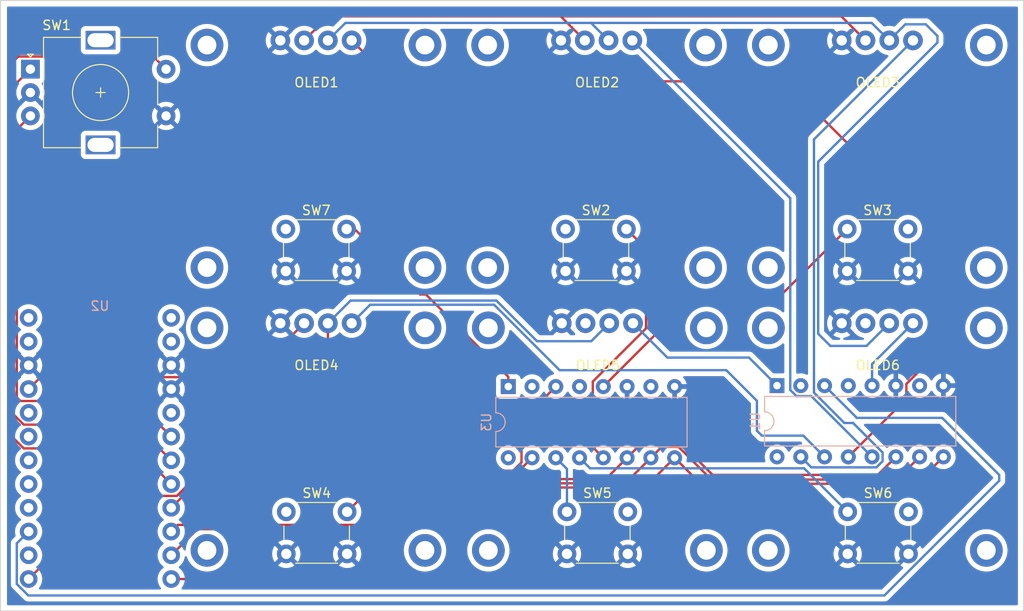
<source format=kicad_pcb>
(kicad_pcb (version 20211014) (generator pcbnew)
  (layers (0 "F.Cu" signal) (31 "B.Cu" signal) (34 "B.Paste" user) (35 "F.Paste" user) (36 "B.SilkS" user "B.Silkscreen") (37 "F.SilkS" user "F.Silkscreen") (38 "B.Mask" user) (39 "F.Mask" user) (44 "Edge.Cuts" user))
  (net 0 "")
  (net 1 "GND")
  (net 2 "3v3")
  (net 3 "SCL")
  (net 4 "OLED_SDA_1")
  (net 5 "OLED_SDA_2")
  (net 6 "OLED_SDA_3")
  (net 7 "OLED_SDA_4")
  (net 8 "OLED_SDA_5")
  (net 9 "OLED_SDA_6")
  (net 10 "ROTARY_A")
  (net 11 "ROTARY_B")
  (net 12 "ROTARY_SW")
  (net 13 "SW_6")
  (net 14 "SW_3")
  (net 15 "SW_5")
  (net 16 "SW_2")
  (net 17 "SW_4")
  (net 18 "SW_1")
  (net 20 "OLED_SDA")
  (net 23 "ADDR2")
  (net 24 "ADDR1")
  (net 25 "ADDR0")
  (net 27 "SWITCH_SIG")
  (footprint "Custom:SSD1306_0.96in" (layer "F.Cu") (at 77.425 62.675)
    (fp_text reference "OLED4" (at 13.7 6 unlocked) (layer "F.SilkS"))
    (fp_text value "ssd1306_0.96in")
    (pad "" np_thru_hole circle (at 25.3 25.8) (size 3.5 3.5) (drill 2) (layers F&B.Cu *.Mask))
    (pad "" np_thru_hole circle (at 2 25.8) (size 3.5 3.5) (drill 2) (layers F&B.Cu *.Mask))
    (pad "" np_thru_hole circle (at 25.3 2) (size 3.5 3.5) (drill 2) (layers F&B.Cu *.Mask))
    (pad "" np_thru_hole circle (at 2 2) (size 3.5 3.5) (drill 2) (layers F&B.Cu *.Mask))
    (pad "1" thru_hole circle (at 9.84 1.5) (size 2.1 2.1) (drill 1.1) (layers *.Mask "F.Cu" "In1.Cu" "B.Cu") (net 1 "GND"))
    (pad "2" thru_hole circle (at 12.38 1.5) (size 2.1 2.1) (drill 1.1) (layers *.Mask "F.Cu" "In1.Cu" "B.Cu") (net 2 "3v3"))
    (pad "3" thru_hole circle (at 14.92 1.5) (size 2.1 2.1) (drill 1.1) (layers *.Mask "F.Cu" "In1.Cu" "B.Cu") (net 3 "SCL"))
    (pad "4" thru_hole circle (at 17.46 1.5) (size 2.1 2.1) (drill 1.1) (layers *.Mask "F.Cu" "In1.Cu" "B.Cu") (net 7 "OLED_SDA_4"))
  )
  (footprint "Custom:SSD1306_0.96in" (layer "F.Cu") (at 107.5 62.675)
    (fp_text reference "OLED5" (at 13.7 6 unlocked) (layer "F.SilkS"))
    (fp_text value "ssd1306_0.96in")
    (pad "" np_thru_hole circle (at 25.3 25.8) (size 3.5 3.5) (drill 2) (layers F&B.Cu *.Mask))
    (pad "" np_thru_hole circle (at 2 25.8) (size 3.5 3.5) (drill 2) (layers F&B.Cu *.Mask))
    (pad "" np_thru_hole circle (at 25.3 2) (size 3.5 3.5) (drill 2) (layers F&B.Cu *.Mask))
    (pad "" np_thru_hole circle (at 2 2) (size 3.5 3.5) (drill 2) (layers F&B.Cu *.Mask))
    (pad "1" thru_hole circle (at 9.84 1.5) (size 2.1 2.1) (drill 1.1) (layers *.Mask "F.Cu" "In1.Cu" "B.Cu") (net 1 "GND"))
    (pad "2" thru_hole circle (at 12.38 1.5) (size 2.1 2.1) (drill 1.1) (layers *.Mask "F.Cu" "In1.Cu" "B.Cu") (net 2 "3v3"))
    (pad "3" thru_hole circle (at 14.92 1.5) (size 2.1 2.1) (drill 1.1) (layers *.Mask "F.Cu" "In1.Cu" "B.Cu") (net 3 "SCL"))
    (pad "4" thru_hole circle (at 17.46 1.5) (size 2.1 2.1) (drill 1.1) (layers *.Mask "F.Cu" "In1.Cu" "B.Cu") (net 8 "OLED_SDA_5"))
  )
  (footprint "Custom:SSD1306_0.96in" (layer "F.Cu") (at 137.425 32.425)
    (fp_text reference "OLED3" (at 13.7 6 unlocked) (layer "F.SilkS"))
    (fp_text value "ssd1306_0.96in")
    (pad "" np_thru_hole circle (at 2 25.8) (size 3.5 3.5) (drill 2) (layers F&B.Cu *.Mask))
    (pad "" np_thru_hole circle (at 2 2) (size 3.5 3.5) (drill 2) (layers F&B.Cu *.Mask))
    (pad "" np_thru_hole circle (at 25.3 25.8) (size 3.5 3.5) (drill 2) (layers F&B.Cu *.Mask))
    (pad "" np_thru_hole circle (at 25.3 2) (size 3.5 3.5) (drill 2) (layers F&B.Cu *.Mask))
    (pad "1" thru_hole circle (at 9.84 1.5) (size 2.1 2.1) (drill 1.1) (layers *.Mask "F.Cu" "In1.Cu" "B.Cu") (net 1 "GND"))
    (pad "2" thru_hole circle (at 12.38 1.5) (size 2.1 2.1) (drill 1.1) (layers *.Mask "F.Cu" "In1.Cu" "B.Cu") (net 2 "3v3"))
    (pad "3" thru_hole circle (at 14.92 1.5) (size 2.1 2.1) (drill 1.1) (layers *.Mask "F.Cu" "In1.Cu" "B.Cu") (net 3 "SCL"))
    (pad "4" thru_hole circle (at 17.46 1.5) (size 2.1 2.1) (drill 1.1) (layers *.Mask "F.Cu" "In1.Cu" "B.Cu") (net 6 "OLED_SDA_3"))
  )
  (footprint "Rotary_Encoder:RotaryEncoder_Alps_EC11E-Switch_Vertical_H20mm" (layer "F.Cu") (at 60.55 37)
    (fp_text reference "SW1" (at 2.8 -4.7) (layer "F.SilkS"))
    (fp_text value "RotaryEncoder_Switch")
    (fp_line (start 13.6 -3.4) (end 13.6 -1) (layer "F.SilkS") (width 0.12))
    (fp_line (start 7 2.5) (end 8 2.5) (layer "F.SilkS") (width 0.12))
    (fp_line (start 1.4 -3.4) (end 1.4 8.4) (layer "F.SilkS") (width 0.12))
    (fp_line (start 7.5 2) (end 7.5 3) (layer "F.SilkS") (width 0.12))
    (fp_line (start -0.3 -1.6) (end 0.3 -1.6) (layer "F.SilkS") (width 0.12))
    (fp_line (start 0.3 -1.6) (end 0 -1.3) (layer "F.SilkS") (width 0.12))
    (fp_line (start 13.6 6) (end 13.6 8.4) (layer "F.SilkS") (width 0.12))
    (fp_line (start 13.6 8.4) (end 9.5 8.4) (layer "F.SilkS") (width 0.12))
    (fp_line (start 5.5 8.4) (end 1.4 8.4) (layer "F.SilkS") (width 0.12))
    (fp_line (start 5.5 -3.4) (end 1.4 -3.4) (layer "F.SilkS") (width 0.12))
    (fp_line (start 13.6 1.2) (end 13.6 3.8) (layer "F.SilkS") (width 0.12))
    (fp_line (start 0 -1.3) (end -0.3 -1.6) (layer "F.SilkS") (width 0.12))
    (fp_line (start 9.5 -3.4) (end 13.6 -3.4) (layer "F.SilkS") (width 0.12))
    (fp_circle (center 7.5 2.5) (end 10.5 2.5) (layer "F.SilkS") (width 0.12) (fill none))
    (pad "" np_thru_hole rect (at 7.5 8.1) (size 3.2 2) (drill oval 2.8 1.5) (layers F&B.Cu *.Mask))
    (pad "" np_thru_hole rect (at 7.5 -3.1) (size 3.2 2) (drill oval 2.8 1.5) (layers F&B.Cu *.Mask))
    (pad "A" thru_hole rect (at 0 0) (size 2 2) (drill 1) (layers *.Cu *.Mask) (net 10 "ROTARY_A"))
    (pad "B" thru_hole circle (at 0 5) (size 2 2) (drill 1) (layers *.Cu *.Mask) (net 11 "ROTARY_B"))
    (pad "C" thru_hole circle (at 0 2.5) (size 2 2) (drill 1) (layers *.Cu *.Mask) (net 1 "GND"))
    (pad "S1" thru_hole circle (at 14.5 5) (size 2 2) (drill 1) (layers *.Cu *.Mask) (net 1 "GND"))
    (pad "S2" thru_hole circle (at 14.5 0) (size 2 2) (drill 1) (layers *.Cu *.Mask) (net 12 "ROTARY_SW"))
  )
  (footprint "Custom:SSD1306_0.96in" (layer "F.Cu") (at 107.425 32.425)
    (fp_text reference "OLED2" (at 13.7 6 unlocked) (layer "F.SilkS"))
    (fp_text value "ssd1306_0.96in")
    (pad "" np_thru_hole circle (at 25.3 2) (size 3.5 3.5) (drill 2) (layers F&B.Cu *.Mask))
    (pad "" np_thru_hole circle (at 2 2) (size 3.5 3.5) (drill 2) (layers F&B.Cu *.Mask))
    (pad "" np_thru_hole circle (at 2 25.8) (size 3.5 3.5) (drill 2) (layers F&B.Cu *.Mask))
    (pad "" np_thru_hole circle (at 25.3 25.8) (size 3.5 3.5) (drill 2) (layers F&B.Cu *.Mask))
    (pad "1" thru_hole circle (at 9.84 1.5) (size 2.1 2.1) (drill 1.1) (layers *.Mask "F.Cu" "In1.Cu" "B.Cu") (net 1 "GND"))
    (pad "2" thru_hole circle (at 12.38 1.5) (size 2.1 2.1) (drill 1.1) (layers *.Mask "F.Cu" "In1.Cu" "B.Cu") (net 2 "3v3"))
    (pad "3" thru_hole circle (at 14.92 1.5) (size 2.1 2.1) (drill 1.1) (layers *.Mask "F.Cu" "In1.Cu" "B.Cu") (net 3 "SCL"))
    (pad "4" thru_hole circle (at 17.46 1.5) (size 2.1 2.1) (drill 1.1) (layers *.Mask "F.Cu" "In1.Cu" "B.Cu") (net 5 "OLED_SDA_2"))
  )
  (footprint "Custom:SSD1306_0.96in" (layer "F.Cu") (at 77.425 32.425)
    (fp_text reference "OLED1" (at 13.7 6 unlocked) (layer "F.SilkS"))
    (fp_text value "ssd1306_0.96in")
    (pad "" np_thru_hole circle (at 25.3 25.8) (size 3.5 3.5) (drill 2) (layers F&B.Cu *.Mask))
    (pad "" np_thru_hole circle (at 25.3 2) (size 3.5 3.5) (drill 2) (layers F&B.Cu *.Mask))
    (pad "" np_thru_hole circle (at 2 2) (size 3.5 3.5) (drill 2) (layers F&B.Cu *.Mask))
    (pad "" np_thru_hole circle (at 2 25.8) (size 3.5 3.5) (drill 2) (layers F&B.Cu *.Mask))
    (pad "1" thru_hole circle (at 9.84 1.5) (size 2.1 2.1) (drill 1.1) (layers *.Mask "F.Cu" "In1.Cu" "B.Cu") (net 1 "GND"))
    (pad "2" thru_hole circle (at 12.38 1.5) (size 2.1 2.1) (drill 1.1) (layers *.Mask "F.Cu" "In1.Cu" "B.Cu") (net 2 "3v3"))
    (pad "3" thru_hole circle (at 14.92 1.5) (size 2.1 2.1) (drill 1.1) (layers *.Mask "F.Cu" "In1.Cu" "B.Cu") (net 3 "SCL"))
    (pad "4" thru_hole circle (at 17.46 1.5) (size 2.1 2.1) (drill 1.1) (layers *.Mask "F.Cu" "In1.Cu" "B.Cu") (net 4 "OLED_SDA_1"))
  )
  (footprint "Button_Switch_THT:SW_PUSH_6mm_H4.3mm" (layer "F.Cu") (at 117.9 84.35)
    (fp_text reference "SW5" (at 3.25 -2) (layer "F.SilkS"))
    (fp_text value "SW_SPST")
    (fp_line (start 5.5 -1) (end 1 -1) (layer "F.SilkS") (width 0.12))
    (fp_line (start 6.75 3) (end 6.75 1.5) (layer "F.SilkS") (width 0.12))
    (fp_line (start -0.25 1.5) (end -0.25 3) (layer "F.SilkS") (width 0.12))
    (fp_line (start 1 5.5) (end 5.5 5.5) (layer "F.SilkS") (width 0.12))
    (pad "1" thru_hole circle (at 6.5 0 90) (size 2 2) (drill 1.1) (layers *.Cu *.Mask) (net 16 "SW_2"))
    (pad "1" thru_hole circle (at 0 0 90) (size 2 2) (drill 1.1) (layers *.Cu *.Mask) (net 16 "SW_2"))
    (pad "2" thru_hole circle (at 0 4.5 90) (size 2 2) (drill 1.1) (layers *.Cu *.Mask) (net 1 "GND"))
    (pad "2" thru_hole circle (at 6.5 4.5 90) (size 2 2) (drill 1.1) (layers *.Cu *.Mask) (net 1 "GND"))
  )
  (footprint "Button_Switch_THT:SW_PUSH_6mm_H4.3mm" (layer "F.Cu") (at 87.9 84.35)
    (fp_text reference "SW4" (at 3.25 -2) (layer "F.SilkS"))
    (fp_text value "SW_SPST")
    (fp_line (start 6.75 3) (end 6.75 1.5) (layer "F.SilkS") (width 0.12))
    (fp_line (start 5.5 -1) (end 1 -1) (layer "F.SilkS") (width 0.12))
    (fp_line (start 1 5.5) (end 5.5 5.5) (layer "F.SilkS") (width 0.12))
    (fp_line (start -0.25 1.5) (end -0.25 3) (layer "F.SilkS") (width 0.12))
    (pad "1" thru_hole circle (at 6.5 0 90) (size 2 2) (drill 1.1) (layers *.Cu *.Mask) (net 15 "SW_5"))
    (pad "1" thru_hole circle (at 0 0 90) (size 2 2) (drill 1.1) (layers *.Cu *.Mask) (net 15 "SW_5"))
    (pad "2" thru_hole circle (at 6.5 4.5 90) (size 2 2) (drill 1.1) (layers *.Cu *.Mask) (net 1 "GND"))
    (pad "2" thru_hole circle (at 0 4.5 90) (size 2 2) (drill 1.1) (layers *.Cu *.Mask) (net 1 "GND"))
  )
  (footprint "Button_Switch_THT:SW_PUSH_6mm_H4.3mm" (layer "F.Cu") (at 87.85 54.1)
    (fp_text reference "SW7" (at 3.25 -2) (layer "F.SilkS"))
    (fp_text value "SW_SPST")
    (fp_line (start -0.25 1.5) (end -0.25 3) (layer "F.SilkS") (width 0.12))
    (fp_line (start 6.75 3) (end 6.75 1.5) (layer "F.SilkS") (width 0.12))
    (fp_line (start 5.5 -1) (end 1 -1) (layer "F.SilkS") (width 0.12))
    (fp_line (start 1 5.5) (end 5.5 5.5) (layer "F.SilkS") (width 0.12))
    (pad "1" thru_hole circle (at 0 0 90) (size 2 2) (drill 1.1) (layers *.Cu *.Mask) (net 18 "SW_1"))
    (pad "1" thru_hole circle (at 6.5 0 90) (size 2 2) (drill 1.1) (layers *.Cu *.Mask) (net 18 "SW_1"))
    (pad "2" thru_hole circle (at 0 4.5 90) (size 2 2) (drill 1.1) (layers *.Cu *.Mask) (net 1 "GND"))
    (pad "2" thru_hole circle (at 6.5 4.5 90) (size 2 2) (drill 1.1) (layers *.Cu *.Mask) (net 1 "GND"))
  )
  (footprint "Button_Switch_THT:SW_PUSH_6mm_H4.3mm" (layer "F.Cu") (at 147.85 54.1)
    (fp_text reference "SW3" (at 3.25 -2) (layer "F.SilkS"))
    (fp_text value "SW_SPST")
    (fp_line (start -0.25 1.5) (end -0.25 3) (layer "F.SilkS") (width 0.12))
    (fp_line (start 6.75 3) (end 6.75 1.5) (layer "F.SilkS") (width 0.12))
    (fp_line (start 5.5 -1) (end 1 -1) (layer "F.SilkS") (width 0.12))
    (fp_line (start 1 5.5) (end 5.5 5.5) (layer "F.SilkS") (width 0.12))
    (pad "1" thru_hole circle (at 0 0 90) (size 2 2) (drill 1.1) (layers *.Cu *.Mask) (net 14 "SW_3"))
    (pad "1" thru_hole circle (at 6.5 0 90) (size 2 2) (drill 1.1) (layers *.Cu *.Mask) (net 14 "SW_3"))
    (pad "2" thru_hole circle (at 0 4.5 90) (size 2 2) (drill 1.1) (layers *.Cu *.Mask) (net 1 "GND"))
    (pad "2" thru_hole circle (at 6.5 4.5 90) (size 2 2) (drill 1.1) (layers *.Cu *.Mask) (net 1 "GND"))
  )
  (footprint "Button_Switch_THT:SW_PUSH_6mm_H4.3mm" (layer "F.Cu") (at 147.9 84.35)
    (fp_text reference "SW6" (at 3.25 -2) (layer "F.SilkS"))
    (fp_text value "SW_SPST")
    (fp_line (start -0.25 1.5) (end -0.25 3) (layer "F.SilkS") (width 0.12))
    (fp_line (start 1 5.5) (end 5.5 5.5) (layer "F.SilkS") (width 0.12))
    (fp_line (start 6.75 3) (end 6.75 1.5) (layer "F.SilkS") (width 0.12))
    (fp_line (start 5.5 -1) (end 1 -1) (layer "F.SilkS") (width 0.12))
    (pad "1" thru_hole circle (at 0 0 90) (size 2 2) (drill 1.1) (layers *.Cu *.Mask) (net 17 "SW_4"))
    (pad "1" thru_hole circle (at 6.5 0 90) (size 2 2) (drill 1.1) (layers *.Cu *.Mask) (net 17 "SW_4"))
    (pad "2" thru_hole circle (at 0 4.5 90) (size 2 2) (drill 1.1) (layers *.Cu *.Mask) (net 1 "GND"))
    (pad "2" thru_hole circle (at 6.5 4.5 90) (size 2 2) (drill 1.1) (layers *.Cu *.Mask) (net 1 "GND"))
  )
  (footprint "Button_Switch_THT:SW_PUSH_6mm_H4.3mm" (layer "F.Cu") (at 117.75 54.1)
    (fp_text reference "SW2" (at 3.25 -2) (layer "F.SilkS"))
    (fp_text value "SW_SPST")
    (fp_line (start 6.75 3) (end 6.75 1.5) (layer "F.SilkS") (width 0.12))
    (fp_line (start 1 5.5) (end 5.5 5.5) (layer "F.SilkS") (width 0.12))
    (fp_line (start 5.5 -1) (end 1 -1) (layer "F.SilkS") (width 0.12))
    (fp_line (start -0.25 1.5) (end -0.25 3) (layer "F.SilkS") (width 0.12))
    (pad "1" thru_hole circle (at 6.5 0 90) (size 2 2) (drill 1.1) (layers *.Cu *.Mask) (net 13 "SW_6"))
    (pad "1" thru_hole circle (at 0 0 90) (size 2 2) (drill 1.1) (layers *.Cu *.Mask) (net 13 "SW_6"))
    (pad "2" thru_hole circle (at 6.5 4.5 90) (size 2 2) (drill 1.1) (layers *.Cu *.Mask) (net 1 "GND"))
    (pad "2" thru_hole circle (at 0 4.5 90) (size 2 2) (drill 1.1) (layers *.Cu *.Mask) (net 1 "GND"))
  )
  (footprint "Custom:SSD1306_0.96in" (layer "F.Cu") (at 137.425 62.675)
    (fp_text reference "OLED6" (at 13.7 6 unlocked) (layer "F.SilkS"))
    (fp_text value "ssd1306_0.96in")
    (pad "" np_thru_hole circle (at 2 2) (size 3.5 3.5) (drill 2) (layers F&B.Cu *.Mask))
    (pad "" np_thru_hole circle (at 2 25.8) (size 3.5 3.5) (drill 2) (layers F&B.Cu *.Mask))
    (pad "" np_thru_hole circle (at 25.3 25.8) (size 3.5 3.5) (drill 2) (layers F&B.Cu *.Mask))
    (pad "" np_thru_hole circle (at 25.3 2) (size 3.5 3.5) (drill 2) (layers F&B.Cu *.Mask))
    (pad "1" thru_hole circle (at 9.84 1.5) (size 2.1 2.1) (drill 1.1) (layers *.Mask "F.Cu" "In1.Cu" "B.Cu") (net 1 "GND"))
    (pad "2" thru_hole circle (at 12.38 1.5) (size 2.1 2.1) (drill 1.1) (layers *.Mask "F.Cu" "In1.Cu" "B.Cu") (net 2 "3v3"))
    (pad "3" thru_hole circle (at 14.92 1.5) (size 2.1 2.1) (drill 1.1) (layers *.Mask "F.Cu" "In1.Cu" "B.Cu") (net 3 "SCL"))
    (pad "4" thru_hole circle (at 17.46 1.5) (size 2.1 2.1) (drill 1.1) (layers *.Mask "F.Cu" "In1.Cu" "B.Cu") (net 9 "OLED_SDA_6"))
  )
  (footprint "Custom:Sparkfun Pro Micro - RP2040" (layer "B.Cu") (at 75.6 63.6 180)
    (fp_text reference "U2" (at 7.62 1.27 unlocked) (layer "B.SilkS") (effects (justify mirror)))
    (fp_text value "SparkFun_Pro_Micro_-_RP2040")
    (pad "1" thru_hole circle (at 0 0 180) (size 1.8796 1.8796) (drill 1.016) (layers *.Mask "F.Cu" "In1.Cu" "B.Cu"))
    (pad "2" thru_hole circle (at 0 -2.54 180) (size 1.8796 1.8796) (drill 1.016) (layers *.Mask "F.Cu" "In1.Cu" "B.Cu"))
    (pad "3" thru_hole circle (at 0 -5.08 180) (size 1.8796 1.8796) (drill 1.016) (layers *.Mask "F.Cu" "In1.Cu" "B.Cu") (net 1 "GND"))
    (pad "4" thru_hole circle (at 0 -7.62 180) (size 1.8796 1.8796) (drill 1.016) (layers *.Mask "F.Cu" "In1.Cu" "B.Cu") (net 1 "GND"))
    (pad "5" thru_hole circle (at 0 -10.16 180) (size 1.8796 1.8796) (drill 1.016) (layers *.Mask "F.Cu" "In1.Cu" "B.Cu"))
    (pad "6" thru_hole circle (at 0 -12.7 180) (size 1.8796 1.8796) (drill 1.016) (layers *.Mask "F.Cu" "In1.Cu" "B.Cu") (net 11 "ROTARY_B"))
    (pad "7" thru_hole circle (at 0 -15.24 180) (size 1.8796 1.8796) (drill 1.016) (layers *.Mask "F.Cu" "In1.Cu" "B.Cu") (net 10 "ROTARY_A"))
    (pad "8" thru_hole circle (at 0 -17.78 180) (size 1.8796 1.8796) (drill 1.016) (layers *.Mask "F.Cu" "In1.Cu" "B.Cu") (net 12 "ROTARY_SW"))
    (pad "9" thru_hole circle (at 0 -20.32 180) (size 1.8796 1.8796) (drill 1.016) (layers *.Mask "F.Cu" "In1.Cu" "B.Cu") (net 27 "SWITCH_SIG"))
    (pad "10" thru_hole circle (at 0 -22.86 180) (size 1.8796 1.8796) (drill 1.016) (layers *.Mask "F.Cu" "In1.Cu" "B.Cu") (net 25 "ADDR0"))
    (pad "11" thru_hole circle (at 0 -25.4 180) (size 1.8796 1.8796) (drill 1.016) (layers *.Mask "F.Cu" "In1.Cu" "B.Cu") (net 24 "ADDR1"))
    (pad "12" thru_hole circle (at 0 -27.94 180) (size 1.8796 1.8796) (drill 1.016) (layers *.Mask "F.Cu" "In1.Cu" "B.Cu") (net 23 "ADDR2"))
    (pad "13" thru_hole circle (at 15.24 -27.94 180) (size 1.8796 1.8796) (drill 1.016) (layers *.Mask "F.Cu" "In1.Cu" "B.Cu") (net 3 "SCL"))
    (pad "14" thru_hole circle (at 15.24 -25.4 180) (size 1.8796 1.8796) (drill 1.016) (layers *.Mask "F.Cu" "In1.Cu" "B.Cu"))
    (pad "15" thru_hole circle (at 15.24 -22.86 180) (size 1.8796 1.8796) (drill 1.016) (layers *.Mask "F.Cu" "In1.Cu" "B.Cu") (net 20 "OLED_SDA"))
    (pad "16" thru_hole circle (at 15.24 -20.32 180) (size 1.8796 1.8796) (drill 1.016) (layers *.Mask "F.Cu" "In1.Cu" "B.Cu"))
    (pad "17" thru_hole circle (at 15.24 -17.78 180) (size 1.8796 1.8796) (drill 1.016) (layers *.Mask "F.Cu" "In1.Cu" "B.Cu"))
    (pad "18" thru_hole circle (at 15.24 -15.24 180) (size 1.8796 1.8796) (drill 1.016) (layers *.Mask "F.Cu" "In1.Cu" "B.Cu"))
    (pad "19" thru_hole circle (at 15.24 -12.7 180) (size 1.8796 1.8796) (drill 1.016) (layers *.Mask "F.Cu" "In1.Cu" "B.Cu"))
    (pad "20" thru_hole circle (at 15.24 -10.16 180) (size 1.8796 1.8796) (drill 1.016) (layers *.Mask "F.Cu" "In1.Cu" "B.Cu"))
    (pad "21" thru_hole circle (at 15.24 -7.62 180) (size 1.8796 1.8796) (drill 1.016) (layers *.Mask "F.Cu" "In1.Cu" "B.Cu") (net 2 "3v3"))
    (pad "22" thru_hole circle (at 15.24 -5.08 180) (size 1.8796 1.8796) (drill 1.016) (layers *.Mask "F.Cu" "In1.Cu" "B.Cu") (net 1 "GND"))
    (pad "23" thru_hole circle (at 15.24 -2.54 180) (size 1.8796 1.8796) (drill 1.016) (layers *.Mask "F.Cu" "In1.Cu" "B.Cu"))
    (pad "24" thru_hole circle (at 15.24 0 180) (size 1.8796 1.8796) (drill 1.016) (layers *.Mask "F.Cu" "In1.Cu" "B.Cu"))
  )
  (footprint "Package_DIP:DIP-16_W7.62mm" (layer "B.Cu") (at 140.35 70.85 -90)
    (fp_text reference "U1" (at 3.81 2.33 90) (layer "B.SilkS") (effects (justify mirror)))
    (fp_text value "74HC4051")
    (fp_line (start 2.81 1.33) (end 1.16 1.33) (layer "B.SilkS") (width 0.12))
    (fp_line (start 6.46 -19.11) (end 6.46 1.33) (layer "B.SilkS") (width 0.12))
    (fp_line (start 1.16 1.33) (end 1.16 -19.11) (layer "B.SilkS") (width 0.12))
    (fp_line (start 1.16 -19.11) (end 6.46 -19.11) (layer "B.SilkS") (width 0.12))
    (fp_line (start 6.46 1.33) (end 4.81 1.33) (layer "B.SilkS") (width 0.12))
    (fp_arc (start 2.81 1.33) (mid 3.81 0.33) (end 4.81 1.33) (layer "B.SilkS") (width 0.12))
    (pad "1" thru_hole rect (at 0 0 270) (size 1.6 1.6) (drill 0.8) (layers *.Cu *.Mask) (net 8 "OLED_SDA_5"))
    (pad "2" thru_hole oval (at 0 -2.54 270) (size 1.6 1.6) (drill 0.8) (layers *.Cu *.Mask))
    (pad "3" thru_hole oval (at 0 -5.08 270) (size 1.6 1.6) (drill 0.8) (layers *.Cu *.Mask) (net 20 "OLED_SDA"))
    (pad "4" thru_hole oval (at 0 -7.62 270) (size 1.6 1.6) (drill 0.8) (layers *.Cu *.Mask))
    (pad "5" thru_hole oval (at 0 -10.16 270) (size 1.6 1.6) (drill 0.8) (layers *.Cu *.Mask) (net 9 "OLED_SDA_6"))
    (pad "6" thru_hole oval (at 0 -12.7 270) (size 1.6 1.6) (drill 0.8) (layers *.Cu *.Mask) (net 1 "GND"))
    (pad "7" thru_hole oval (at 0 -15.24 270) (size 1.6 1.6) (drill 0.8) (layers *.Cu *.Mask))
    (pad "8" thru_hole oval (at 0 -17.78 270) (size 1.6 1.6) (drill 0.8) (layers *.Cu *.Mask) (net 1 "GND"))
    (pad "9" thru_hole oval (at 7.62 -17.78 270) (size 1.6 1.6) (drill 0.8) (layers *.Cu *.Mask) (net 23 "ADDR2"))
    (pad "10" thru_hole oval (at 7.62 -15.24 270) (size 1.6 1.6) (drill 0.8) (layers *.Cu *.Mask) (net 24 "ADDR1"))
    (pad "11" thru_hole oval (at 7.62 -12.7 270) (size 1.6 1.6) (drill 0.8) (layers *.Cu *.Mask) (net 25 "ADDR0"))
    (pad "12" thru_hole oval (at 7.62 -10.16 270) (size 1.6 1.6) (drill 0.8) (layers *.Cu *.Mask) (net 5 "OLED_SDA_2"))
    (pad "13" thru_hole oval (at 7.62 -7.62 270) (size 1.6 1.6) (drill 0.8) (layers *.Cu *.Mask) (net 4 "OLED_SDA_1"))
    (pad "14" thru_hole oval (at 7.62 -5.08 270) (size 1.6 1.6) (drill 0.8) (layers *.Cu *.Mask) (net 7 "OLED_SDA_4"))
    (pad "15" thru_hole oval (at 7.62 -2.54 270) (size 1.6 1.6) (drill 0.8) (layers *.Cu *.Mask) (net 6 "OLED_SDA_3"))
    (pad "16" thru_hole oval (at 7.62 0 270) (size 1.6 1.6) (drill 0.8) (layers *.Cu *.Mask) (net 2 "3v3"))
  )
  (footprint "Package_DIP:DIP-16_W7.62mm" (layer "B.Cu") (at 111.625 70.95 -90)
    (fp_text reference "U3" (at 3.81 2.33 90) (layer "B.SilkS") (effects (justify mirror)))
    (fp_text value "74HC4051")
    (fp_line (start 1.16 1.33) (end 1.16 -19.11) (layer "B.SilkS") (width 0.12))
    (fp_line (start 1.16 -19.11) (end 6.46 -19.11) (layer "B.SilkS") (width 0.12))
    (fp_line (start 2.81 1.33) (end 1.16 1.33) (layer "B.SilkS") (width 0.12))
    (fp_line (start 6.46 -19.11) (end 6.46 1.33) (layer "B.SilkS") (width 0.12))
    (fp_line (start 6.46 1.33) (end 4.81 1.33) (layer "B.SilkS") (width 0.12))
    (fp_arc (start 2.81 1.33) (mid 3.81 0.33) (end 4.81 1.33) (layer "B.SilkS") (width 0.12))
    (pad "1" thru_hole rect (at 0 0 270) (size 1.6 1.6) (drill 0.8) (layers *.Cu *.Mask) (net 18 "SW_1"))
    (pad "2" thru_hole oval (at 0 -2.54 270) (size 1.6 1.6) (drill 0.8) (layers *.Cu *.Mask))
    (pad "3" thru_hole oval (at 0 -5.08 270) (size 1.6 1.6) (drill 0.8) (layers *.Cu *.Mask) (net 27 "SWITCH_SIG"))
    (pad "4" thru_hole oval (at 0 -7.62 270) (size 1.6 1.6) (drill 0.8) (layers *.Cu *.Mask))
    (pad "5" thru_hole oval (at 0 -10.16 270) (size 1.6 1.6) (drill 0.8) (layers *.Cu *.Mask) (net 14 "SW_3"))
    (pad "6" thru_hole oval (at 0 -12.7 270) (size 1.6 1.6) (drill 0.8) (layers *.Cu *.Mask) (net 1 "GND"))
    (pad "7" thru_hole oval (at 0 -15.24 270) (size 1.6 1.6) (drill 0.8) (layers *.Cu *.Mask))
    (pad "8" thru_hole oval (at 0 -17.78 270) (size 1.6 1.6) (drill 0.8) (layers *.Cu *.Mask) (net 1 "GND"))
    (pad "9" thru_hole oval (at 7.62 -17.78 270) (size 1.6 1.6) (drill 0.8) (layers *.Cu *.Mask) (net 23 "ADDR2"))
    (pad "10" thru_hole oval (at 7.62 -15.24 270) (size 1.6 1.6) (drill 0.8) (layers *.Cu *.Mask) (net 24 "ADDR1"))
    (pad "11" thru_hole oval (at 7.62 -12.7 270) (size 1.6 1.6) (drill 0.8) (layers *.Cu *.Mask) (net 25 "ADDR0"))
    (pad "12" thru_hole oval (at 7.62 -10.16 270) (size 1.6 1.6) (drill 0.8) (layers *.Cu *.Mask) (net 13 "SW_6"))
    (pad "13" thru_hole oval (at 7.62 -7.62 270) (size 1.6 1.6) (drill 0.8) (layers *.Cu *.Mask) (net 17 "SW_4"))
    (pad "14" thru_hole oval (at 7.62 -5.08 270) (size 1.6 1.6) (drill 0.8) (layers *.Cu *.Mask) (net 16 "SW_2"))
    (pad "15" thru_hole oval (at 7.62 -2.54 270) (size 1.6 1.6) (drill 0.8) (layers *.Cu *.Mask) (net 15 "SW_5"))
    (pad "16" thru_hole oval (at 7.62 0 270) (size 1.6 1.6) (drill 0.8) (layers *.Cu *.Mask) (net 2 "3v3"))
  )
  (gr_rect (start 166.7 29.65) (end 57.35 94.95) (layer "Edge.Cuts") (width 0.1) (fill none))
  (segment (start 117.23 31.35) (end 118.43 32.55) (width 0.25) (layer "F.Cu") (net 2))
  (segment (start 117.2 31.35) (end 147.23 31.35) (width 0.25) (layer "F.Cu") (net 2))
  (segment (start 84.0352 69.9448) (end 89.805 64.175) (width 0.25) (layer "F.Cu") (net 2))
  (segment (start 92.38 31.35) (end 117.23 31.35) (width 0.25) (layer "F.Cu") (net 2))
  (segment (start 118.43 32.55) (end 119.805 33.925) (width 0.25) (layer "F.Cu") (net 2))
  (segment (start 89.805 33.925) (end 92.38 31.35) (width 0.25) (layer "F.Cu") (net 2))
  (segment (start 60.36 71.22) (end 61.6352 69.9448) (width 0.25) (layer "F.Cu") (net 2))
  (segment (start 147.23 31.35) (end 149.805 33.925) (width 0.25) (layer "F.Cu") (net 2))
  (segment (start 61.6352 69.9448) (end 84.0352 69.9448) (width 0.25) (layer "F.Cu") (net 2))
  (segment (start 60.36 91.54) (end 69.2552 82.6448) (width 0.25) (layer "F.Cu") (net 3))
  (segment (start 92.345 66.505) (end 92.345 64.175) (width 0.25) (layer "F.Cu") (net 3))
  (segment (start 69.2552 82.6448) (end 76.2052 82.6448) (width 0.25) (layer "F.Cu") (net 3))
  (segment (start 76.2052 82.6448) (end 92.345 66.505) (width 0.25) (layer "F.Cu") (net 3))
  (segment (start 149.92 66.6) (end 152.345 64.175) (width 0.25) (layer "B.Cu") (net 3))
  (segment (start 120.97 32.55) (end 122.345 33.925) (width 0.25) (layer "B.Cu") (net 3))
  (segment (start 150.97 32.55) (end 150.47 32.05) (width 0.25) (layer "B.Cu") (net 3))
  (segment (start 154.07 32.2) (end 156.25 32.2) (width 0.25) (layer "B.Cu") (net 3))
  (segment (start 122.42 64.175) (end 120.495 66.1) (width 0.25) (layer "B.Cu") (net 3))
  (segment (start 110.35 61.75) (end 94.77 61.75) (width 0.25) (layer "B.Cu") (net 3))
  (segment (start 94.22 32.05) (end 120.47 32.05) (width 0.25) (layer "B.Cu") (net 3))
  (segment (start 150.97 32.55) (end 152.345 33.925) (width 0.25) (layer "B.Cu") (net 3))
  (segment (start 94.77 61.75) (end 92.345 64.175) (width 0.25) (layer "B.Cu") (net 3))
  (segment (start 114.7 66.1) (end 110.35 61.75) (width 0.25) (layer "B.Cu") (net 3))
  (segment (start 144.75 65.3) (end 146.05 66.6) (width 0.25) (layer "B.Cu") (net 3))
  (segment (start 150.47 32.05) (end 120.47 32.05) (width 0.25) (layer "B.Cu") (net 3))
  (segment (start 144.75 46.9) (end 144.75 65.3) (width 0.25) (layer "B.Cu") (net 3))
  (segment (start 157.5 33.45) (end 157.5 34.15) (width 0.25) (layer "B.Cu") (net 3))
  (segment (start 156.25 32.2) (end 157.5 33.45) (width 0.25) (layer "B.Cu") (net 3))
  (segment (start 152.345 33.925) (end 154.07 32.2) (width 0.25) (layer "B.Cu") (net 3))
  (segment (start 92.345 33.925) (end 94.22 32.05) (width 0.25) (layer "B.Cu") (net 3))
  (segment (start 120.47 32.05) (end 120.97 32.55) (width 0.25) (layer "B.Cu") (net 3))
  (segment (start 120.495 66.1) (end 114.7 66.1) (width 0.25) (layer "B.Cu") (net 3))
  (segment (start 157.5 34.15) (end 144.75 46.9) (width 0.25) (layer "B.Cu") (net 3))
  (segment (start 146.05 66.6) (end 149.92 66.6) (width 0.25) (layer "B.Cu") (net 3))
  (segment (start 154.175 72.265) (end 147.97 78.47) (width 0.25) (layer "F.Cu") (net 4))
  (segment (start 156.8 53.85) (end 156.8 68.049009) (width 0.25) (layer "F.Cu") (net 4))
  (segment (start 154.175 70.674009) (end 154.175 72.265) (width 0.25) (layer "F.Cu") (net 4))
  (segment (start 99.26 38.3) (end 141.25 38.3) (width 0.25) (layer "F.Cu") (net 4))
  (segment (start 141.25 38.3) (end 156.8 53.85) (width 0.25) (layer "F.Cu") (net 4))
  (segment (start 156.8 68.049009) (end 154.175 70.674009) (width 0.25) (layer "F.Cu") (net 4))
  (segment (start 94.885 33.925) (end 99.26 38.3) (width 0.25) (layer "F.Cu") (net 4))
  (segment (start 150.51 78.47) (end 144.015 71.975) (width 0.25) (layer "B.Cu") (net 5))
  (segment (start 144.015 71.975) (end 142.424009 71.975) (width 0.25) (layer "B.Cu") (net 5))
  (segment (start 141.765 71.315991) (end 141.765 50.805) (width 0.25) (layer "B.Cu") (net 5))
  (segment (start 141.765 50.805) (end 124.885 33.925) (width 0.25) (layer "B.Cu") (net 5))
  (segment (start 142.424009 71.975) (end 141.765 71.315991) (width 0.25) (layer "B.Cu") (net 5))
  (segment (start 144.015 79.595) (end 150.975991 79.595) (width 0.25) (layer "B.Cu") (net 6))
  (segment (start 150.975991 79.595) (end 151.635 78.935991) (width 0.25) (layer "B.Cu") (net 6))
  (segment (start 151.635 78.935991) (end 151.635 78.004009) (width 0.25) (layer "B.Cu") (net 6))
  (segment (start 144.3 44.51) (end 154.885 33.925) (width 0.25) (layer "B.Cu") (net 6))
  (segment (start 144.3 71.6) (end 144.3 44.51) (width 0.25) (layer "B.Cu") (net 6))
  (segment (start 151.635 78.004009) (end 148.480991 74.85) (width 0.25) (layer "B.Cu") (net 6))
  (segment (start 148.480991 74.85) (end 147.55 74.85) (width 0.25) (layer "B.Cu") (net 6))
  (segment (start 147.55 74.85) (end 144.3 71.6) (width 0.25) (layer "B.Cu") (net 6))
  (segment (start 142.89 78.47) (end 144.015 79.595) (width 0.25) (layer "B.Cu") (net 6))
  (segment (start 138.2 75.672792) (end 138.2 72.472792) (width 0.25) (layer "B.Cu") (net 7))
  (segment (start 134.927208 69.2) (end 117.111953 69.2) (width 0.25) (layer "B.Cu") (net 7))
  (segment (start 145.43 78.47) (end 143.16 76.2) (width 0.25) (layer "B.Cu") (net 7))
  (segment (start 138.727208 76.2) (end 138.2 75.672792) (width 0.25) (layer "B.Cu") (net 7))
  (segment (start 143.16 76.2) (end 138.727208 76.2) (width 0.25) (layer "B.Cu") (net 7))
  (segment (start 96.86 62.2) (end 94.885 64.175) (width 0.25) (layer "B.Cu") (net 7))
  (segment (start 110.111953 62.2) (end 96.86 62.2) (width 0.25) (layer "B.Cu") (net 7))
  (segment (start 117.111953 69.2) (end 110.111953 62.2) (width 0.25) (layer "B.Cu") (net 7))
  (segment (start 138.2 72.472792) (end 134.927208 69.2) (width 0.25) (layer "B.Cu") (net 7))
  (segment (start 140.35 70.85) (end 137.35 67.85) (width 0.25) (layer "B.Cu") (net 8))
  (segment (start 128.635 67.85) (end 124.96 64.175) (width 0.25) (layer "B.Cu") (net 8))
  (segment (start 137.35 67.85) (end 128.635 67.85) (width 0.25) (layer "B.Cu") (net 8))
  (segment (start 150.51 68.55) (end 154.885 64.175) (width 0.25) (layer "B.Cu") (net 9))
  (segment (start 150.51 70.85) (end 150.51 68.55) (width 0.25) (layer "B.Cu") (net 9))
  (segment (start 71.7848 75.0248) (end 59.836102 75.0248) (width 0.25) (layer "F.Cu") (net 10))
  (segment (start 75.6 78.84) (end 71.7848 75.0248) (width 0.25) (layer "F.Cu") (net 10))
  (segment (start 59.836102 75.0248) (end 58.6452 73.833898) (width 0.25) (layer "F.Cu") (net 10))
  (segment (start 58.6452 73.833898) (end 58.6452 38.9048) (width 0.25) (layer "F.Cu") (net 10))
  (segment (start 58.6452 38.9048) (end 60.55 37) (width 0.25) (layer "F.Cu") (net 10))
  (segment (start 59.0952 72.0952) (end 59.4952 72.4952) (width 0.25) (layer "F.Cu") (net 11))
  (segment (start 71.7952 72.4952) (end 75.6 76.3) (width 0.25) (layer "F.Cu") (net 11))
  (segment (start 59.4952 72.4952) (end 71.7952 72.4952) (width 0.25) (layer "F.Cu") (net 11))
  (segment (start 60.55 42) (end 59.0952 43.4548) (width 0.25) (layer "F.Cu") (net 11))
  (segment (start 59.0952 43.4548) (end 59.0952 72.0952) (width 0.25) (layer "F.Cu") (net 11))
  (segment (start 59.25 35.65) (end 73.7 35.65) (width 0.25) (layer "F.Cu") (net 12))
  (segment (start 71.7848 77.5648) (end 59.836102 77.5648) (width 0.25) (layer "F.Cu") (net 12))
  (segment (start 58.1952 75.923898) (end 58.1952 36.7048) (width 0.25) (layer "F.Cu") (net 12))
  (segment (start 73.7 35.65) (end 75.05 37) (width 0.25) (layer "F.Cu") (net 12))
  (segment (start 58.1952 36.7048) (end 59.25 35.65) (width 0.25) (layer "F.Cu") (net 12))
  (segment (start 75.6 81.38) (end 71.7848 77.5648) (width 0.25) (layer "F.Cu") (net 12))
  (segment (start 59.836102 77.5648) (end 58.1952 75.923898) (width 0.25) (layer "F.Cu") (net 12))
  (segment (start 126.35 64.729544) (end 126.35 56.15) (width 0.25) (layer "F.Cu") (net 13))
  (segment (start 120.66 70.419544) (end 126.35 64.729544) (width 0.25) (layer "F.Cu") (net 13))
  (segment (start 126.35 56.15) (end 126.3 56.15) (width 0.25) (layer "F.Cu") (net 13))
  (segment (start 126.3 56.15) (end 124.25 54.1) (width 0.25) (layer "F.Cu") (net 13))
  (segment (start 120.66 77.445) (end 120.66 70.419544) (width 0.25) (layer "F.Cu") (net 13))
  (segment (start 121.785 78.57) (end 120.66 77.445) (width 0.25) (layer "F.Cu") (net 13))
  (segment (start 121.785 70.95) (end 130.685 62.05) (width 0.25) (layer "F.Cu") (net 14))
  (segment (start 130.685 62.05) (end 139.9 62.05) (width 0.25) (layer "F.Cu") (net 14))
  (segment (start 139.9 62.05) (end 147.85 54.1) (width 0.25) (layer "F.Cu") (net 14))
  (segment (start 114.165 78.57) (end 112.335 80.4) (width 0.25) (layer "F.Cu") (net 15))
  (segment (start 112.335 80.4) (end 98.35 80.4) (width 0.25) (layer "F.Cu") (net 15))
  (segment (start 98.35 80.4) (end 94.4 84.35) (width 0.25) (layer "F.Cu") (net 15))
  (segment (start 117.9 79.765) (end 116.705 78.57) (width 0.25) (layer "B.Cu") (net 16))
  (segment (start 117.9 84.35) (end 117.9 79.765) (width 0.25) (layer "B.Cu") (net 16))
  (segment (start 119.245 78.57) (end 120.37 79.695) (width 0.25) (layer "B.Cu") (net 17))
  (segment (start 120.37 79.695) (end 143.245 79.695) (width 0.25) (layer "B.Cu") (net 17))
  (segment (start 143.245 79.695) (end 147.9 84.35) (width 0.25) (layer "B.Cu") (net 17))
  (segment (start 102.825 61.1) (end 102.2 61.1) (width 0.25) (layer "F.Cu") (net 18))
  (segment (start 95.2 54.1) (end 94.35 54.1) (width 0.25) (layer "F.Cu") (net 18))
  (segment (start 111.625 70.95) (end 111.625 69.9) (width 0.25) (layer "F.Cu") (net 18))
  (segment (start 102.2 61.1) (end 95.2 54.1) (width 0.25) (layer "F.Cu") (net 18))
  (segment (start 111.625 69.9) (end 102.825 61.1) (width 0.25) (layer "F.Cu") (net 18))
  (segment (start 60.36 86.46) (end 59.0952 87.7248) (width 0.25) (layer "B.Cu") (net 20))
  (segment (start 164.1 80.4) (end 158 74.3) (width 0.25) (layer "B.Cu") (net 20))
  (segment (start 59.0952 87.7248) (end 59.0952 92.0702) (width 0.25) (layer "B.Cu") (net 20))
  (segment (start 164.1 81.023833) (end 164.1 80.4) (width 0.25) (layer "B.Cu") (net 20))
  (segment (start 60.325 93.3) (end 151.823833 93.3) (width 0.25) (layer "B.Cu") (net 20))
  (segment (start 59.0952 92.0702) (end 60.325 93.3) (width 0.25) (layer "B.Cu") (net 20))
  (segment (start 158 74.3) (end 148.88 74.3) (width 0.25) (layer "B.Cu") (net 20))
  (segment (start 151.823833 93.3) (end 164.1 81.023833) (width 0.25) (layer "B.Cu") (net 20))
  (segment (start 148.88 74.3) (end 145.43 70.85) (width 0.25) (layer "B.Cu") (net 20))
  (segment (start 97.172792 86.65) (end 102.072792 81.75) (width 0.25) (layer "F.Cu") (net 23))
  (segment (start 155.25 81.35) (end 158.13 78.47) (width 0.25) (layer "F.Cu") (net 23))
  (segment (start 80.81 91.54) (end 85.7 86.65) (width 0.25) (layer "F.Cu") (net 23))
  (segment (start 102.072792 81.75) (end 126.225 81.75) (width 0.25) (layer "F.Cu") (net 23))
  (segment (start 75.6 91.54) (end 80.81 91.54) (width 0.25) (layer "F.Cu") (net 23))
  (segment (start 85.7 86.65) (end 97.172792 86.65) (width 0.25) (layer "F.Cu") (net 23))
  (segment (start 129.405 78.57) (end 132.185 81.35) (width 0.25) (layer "F.Cu") (net 23))
  (segment (start 126.225 81.75) (end 129.405 78.57) (width 0.25) (layer "F.Cu") (net 23))
  (segment (start 132.185 81.35) (end 155.25 81.35) (width 0.25) (layer "F.Cu") (net 23))
  (segment (start 128.035 77.4) (end 126.865 78.57) (width 0.25) (layer "F.Cu") (net 24))
  (segment (start 101.886396 81.3) (end 124.135 81.3) (width 0.25) (layer "F.Cu") (net 24))
  (segment (start 133.325991 80.9) (end 129.825991 77.4) (width 0.25) (layer "F.Cu") (net 24))
  (segment (start 96.986396 86.2) (end 101.886396 81.3) (width 0.25) (layer "F.Cu") (net 24))
  (segment (start 75.6 89) (end 78.4 86.2) (width 0.25) (layer "F.Cu") (net 24))
  (segment (start 78.4 86.2) (end 96.986396 86.2) (width 0.25) (layer "F.Cu") (net 24))
  (segment (start 129.825991 77.4) (end 128.035 77.4) (width 0.25) (layer "F.Cu") (net 24))
  (segment (start 153.16 80.9) (end 133.325991 80.9) (width 0.25) (layer "F.Cu") (net 24))
  (segment (start 155.59 78.47) (end 153.16 80.9) (width 0.25) (layer "F.Cu") (net 24))
  (segment (start 124.135 81.3) (end 126.865 78.57) (width 0.25) (layer "F.Cu") (net 24))
  (segment (start 151.12 80.4) (end 133.462387 80.4) (width 0.25) (layer "F.Cu") (net 25))
  (segment (start 75.6 86.46) (end 76.31 85.75) (width 0.25) (layer "F.Cu") (net 25))
  (segment (start 101.7 80.85) (end 122.045 80.85) (width 0.25) (layer "F.Cu") (net 25))
  (segment (start 125.945 76.95) (end 124.325 78.57) (width 0.25) (layer "F.Cu") (net 25))
  (segment (start 153.05 78.47) (end 151.12 80.4) (width 0.25) (layer "F.Cu") (net 25))
  (segment (start 133.462387 80.4) (end 130.012387 76.95) (width 0.25) (layer "F.Cu") (net 25))
  (segment (start 122.045 80.85) (end 124.325 78.57) (width 0.25) (layer "F.Cu") (net 25))
  (segment (start 96.8 85.75) (end 101.7 80.85) (width 0.25) (layer "F.Cu") (net 25))
  (segment (start 130.012387 76.95) (end 125.945 76.95) (width 0.25) (layer "F.Cu") (net 25))
  (segment (start 76.31 85.75) (end 96.8 85.75) (width 0.25) (layer "F.Cu") (net 25))
  (segment (start 112.148604 79.95) (end 113.04 79.058604) (width 0.25) (layer "F.Cu") (net 27))
  (segment (start 79.57 79.95) (end 112.148604 79.95) (width 0.25) (layer "F.Cu") (net 27))
  (segment (start 75.6 83.92) (end 79.57 79.95) (width 0.25) (layer "F.Cu") (net 27))
  (segment (start 113.04 79.058604) (end 113.04 74.615) (width 0.25) (layer "F.Cu") (net 27))
  (segment (start 113.04 74.615) (end 116.705 70.95) (width 0.25) (layer "F.Cu") (net 27))
  (zone (net 1) (net_name "GND") (layer "B.Cu") (connect_pads (clearance 0.508)) (min_thickness 0.254) (fill yes (thermal_gap 0.508) (thermal_bridge_width 0.508))
    (polygon (pts (xy 166.1 94.35) (xy 58.05 94.35) (xy 58.05 30.3) (xy 166.1 30.3)))
  )
)
</source>
